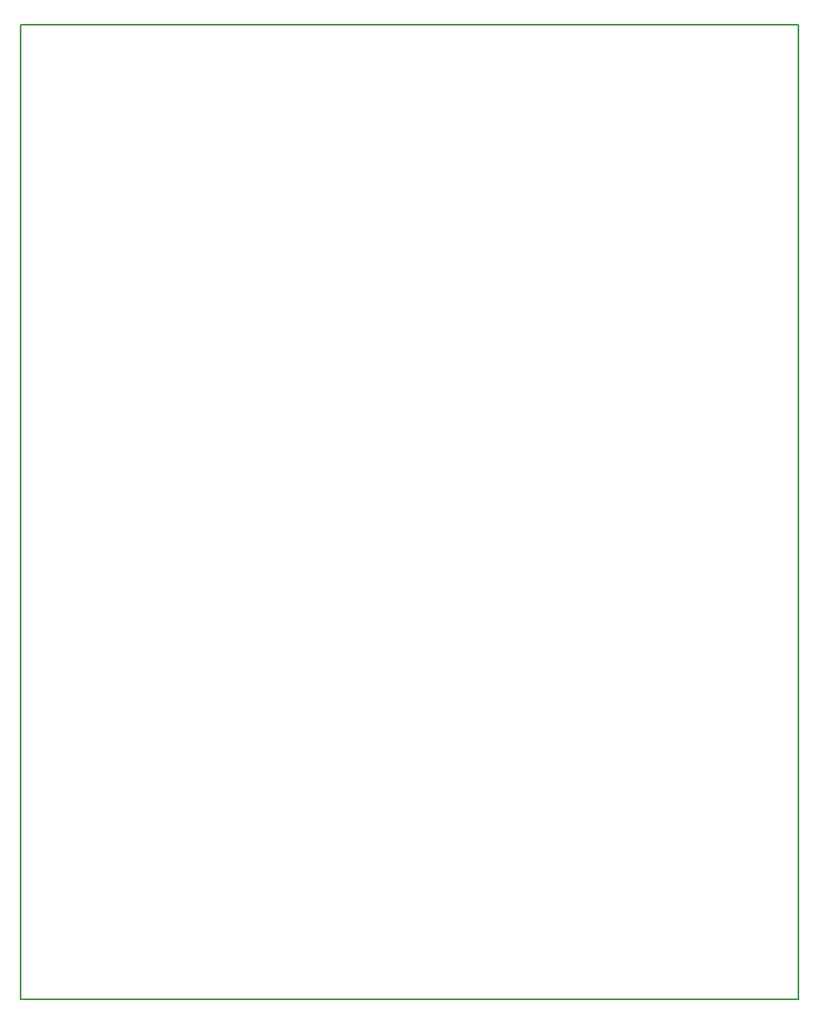
<source format=gm1>
G04 #@! TF.GenerationSoftware,KiCad,Pcbnew,7.0.10*
G04 #@! TF.CreationDate,2024-02-02T08:29:15+10:00*
G04 #@! TF.ProjectId,MK_Seq take 2,4d4b5f53-6571-4207-9461-6b6520322e6b,rev?*
G04 #@! TF.SameCoordinates,Original*
G04 #@! TF.FileFunction,Profile,NP*
%FSLAX46Y46*%
G04 Gerber Fmt 4.6, Leading zero omitted, Abs format (unit mm)*
G04 Created by KiCad (PCBNEW 7.0.10) date 2024-02-02 08:29:15*
%MOMM*%
%LPD*%
G01*
G04 APERTURE LIST*
G04 #@! TA.AperFunction,Profile*
%ADD10C,0.150000*%
G04 #@! TD*
G04 APERTURE END LIST*
D10*
X59830000Y-33055000D02*
X139830000Y-33055000D01*
X139830000Y-133055000D01*
X59830000Y-133055000D01*
X59830000Y-33055000D01*
M02*

</source>
